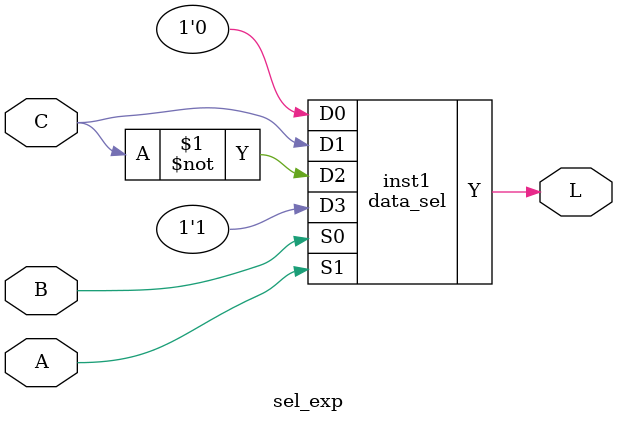
<source format=v>
`timescale 1ns/1ns

module data_sel(
   input             S0     ,
   input             S1     ,
   input             D0     ,
   input             D1     ,
   input             D2     ,
   input             D3     ,
   
   output wire        Y    
);

assign Y = ~S1 & (~S0&D0 | S0&D1) | S1&(~S0&D2 | S0&D3);
     
endmodule

module sel_exp(
   input             A     ,
   input             B     ,
   input             C     ,
   
   output wire       L            
);
data_sel inst1(.S0(B),
               .S1(A),
               .D0(1'b0),
               .D1(C),
               .D2(~C),
               .D3(1'b1),
               .Y(L));
endmodule
</source>
